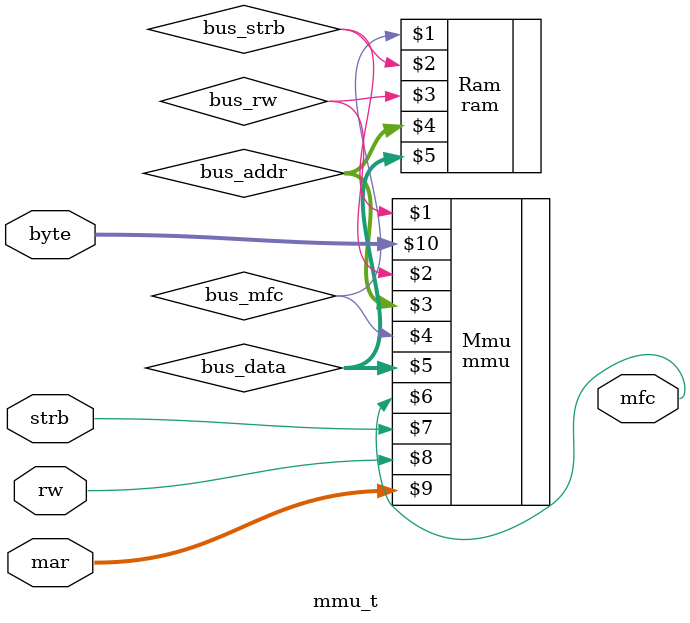
<source format=v>

module mmu_t (mfc, strb, rw, mar, byte);
    parameter ADDR_SIZE = 32,
              WORD_SIZE = 32;

    wire bus_mfc;
    wire bus_strb, bus_rw;
    wire [ADDR_SIZE-1:0] bus_addr;
    wire [WORD_SIZE-1:0] bus_data;

    output mfc;
    input  strb, rw;
    input  [ADDR_SIZE-1:0] mar;
    inout  [7:0] byte;

    ram Ram(bus_mfc, bus_strb, bus_rw, bus_addr, bus_data);
    mmu Mmu(bus_strb, bus_rw, bus_addr, bus_mfc, bus_data,
            mfc, strb, rw, mar, byte);
endmodule

</source>
